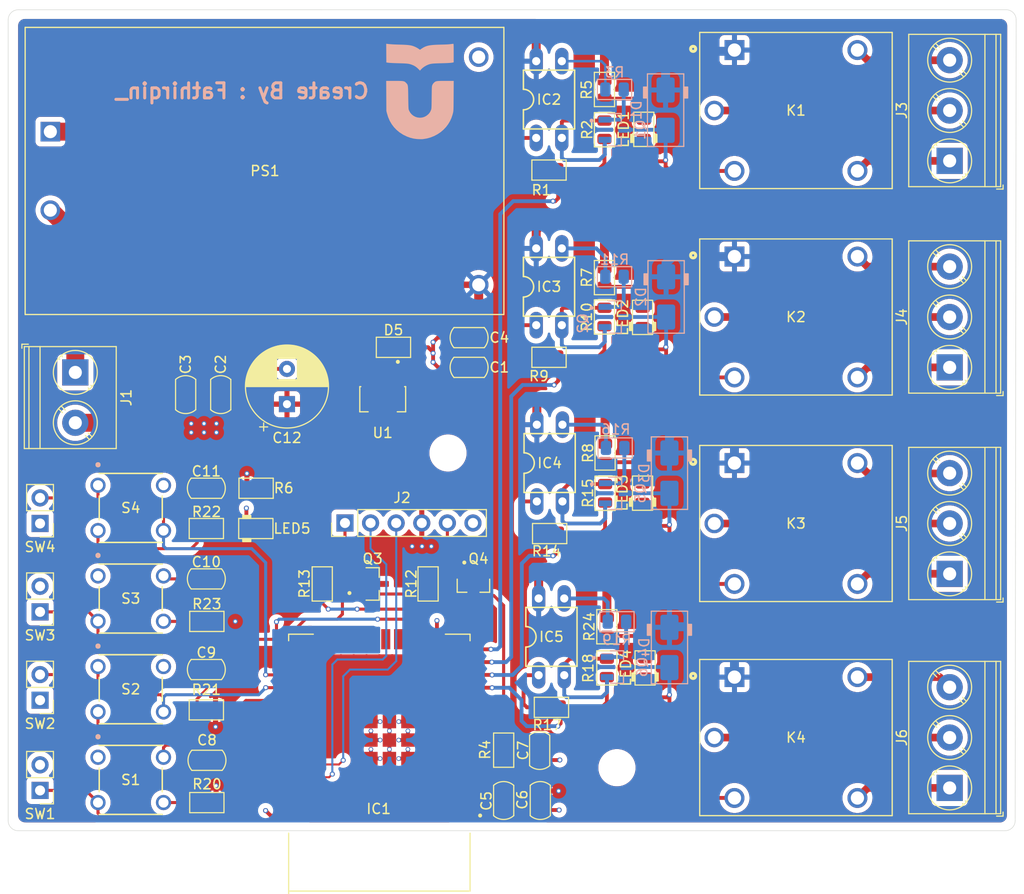
<source format=kicad_pcb>
(kicad_pcb (version 20241229) (generator "pcbnew") (generator_version "9.0")
  (layers (0 "F.Cu" signal) (4 "In1.Cu" power) (6 "In2.Cu" power) (2 "B.Cu" signal) (13 "F.Paste" user) (15 "B.Paste" user) (5 "F.SilkS" user "F.Silkscreen") (7 "B.SilkS" user "B.Silkscreen") (1 "F.Mask" user) (3 "B.Mask" user) (25 "Edge.Cuts" user))
  (net 0 "")
  (net 1 "+3.3V")
  (net 2 "GND")
  (net 3 "Net-(C8-Pad1)")
  (net 4 "Net-(C8-Pad2)")
  (net 5 "Net-(C9-Pad2)")
  (net 6 "Net-(C9-Pad1)")
  (net 7 "+5V")
  (net 8 "/EN")
  (net 9 "Net-(C10-Pad1)")
  (net 10 "Net-(C10-Pad2)")
  (net 11 "Net-(C11-Pad2)")
  (net 12 "Net-(C11-Pad1)")
  (net 13 "/LED1")
  (net 14 "/LED2")
  (net 15 "/LED3")
  (net 16 "/LED4")
  (net 17 "/RELAY_3")
  (net 22 "/GPIO_0")
  (net 23 "/BUTTON_3")
  (net 24 "/RELAY_2")
  (net 26 "/RELAY_4")
  (net 27 "/BUTTON_1")
  (net 30 "/RELAY_1")
  (net 35 "/BUTTON_2")
  (net 41 "/TXD_URT")
  (net 42 "/RXD_URT")
  (net 45 "/BUTTON_4")
  (net 50 "Net-(IC2-Pad1)")
  (net 51 "Net-(IC2-Pad3)")
  (net 52 "Net-(IC3-Pad1)")
  (net 53 "Net-(IC4-Pad1)")
  (net 54 "Net-(IC5-Pad3)")
  (net 55 "Net-(IC5-Pad1)")
  (net 56 "Net-(PS1-AC1)")
  (net 57 "Net-(PS1-AC2)")
  (net 58 "/DTR")
  (net 59 "/RTS")
  (net 60 "Net-(J3-Pad1)")
  (net 61 "Net-(J3-Pad2)")
  (net 62 "Net-(J3-Pad3)")
  (net 63 "Net-(J4-Pad3)")
  (net 64 "Net-(J4-Pad1)")
  (net 65 "Net-(J4-Pad2)")
  (net 66 "Net-(J5-Pad2)")
  (net 67 "Net-(J5-Pad1)")
  (net 68 "Net-(J5-Pad3)")
  (net 69 "Net-(J6-Pad2)")
  (net 70 "Net-(J6-Pad3)")
  (net 71 "Net-(J6-Pad1)")
  (net 72 "Net-(LED1-A)")
  (net 73 "Net-(LED2-A)")
  (net 74 "Net-(LED3-A)")
  (net 75 "Net-(LED4-A)")
  (net 76 "Net-(LED5-A)")
  (net 77 "Net-(Q1-Pad1)")
  (net 78 "Net-(Q2-Pad1)")
  (net 79 "Net-(Q3-Pad1)")
  (net 80 "Net-(Q6-Pad1)")
  (net 81 "Net-(IC3-Pad3)")
  (net 82 "Net-(IC4-Pad3)")
  (net 83 "Net-(Q4-Pad1)")
  (net 84 "Net-(Q5-Pad1)")
  (footprint "PCM_Resistor_SMD_AKL:R_0805_2012Metric" (layer "F.Cu") (at 85.5 54.0875 -90)
    (property "Reference" "R7")
    (property "Value" "1K" (hide yes))
  )
  (footprint "PCM_Resistor_SMD_AKL:R_0805_2012Metric" (layer "F.Cu") (at 85.74 92.8375 -90)
    (property "Reference" "R18")
    (property "Value" "DNP" (hide yes))
  )
  (footprint "TerminalBlock_Phoenix:TerminalBlock_Phoenix_PT-1,5-3-5.0-H_1x03_P5.00mm_Horizontal" (layer "F.Cu") (at 119.75 104.75 90)
    (property "Reference" "J6")
    (property "Value" "Terminal Block")
  )
  (footprint "PCM_Resistor_SMD_AKL:R_0805_2012Metric" (layer "F.Cu") (at 85.562162 71.5 -90)
    (property "Reference" "R8")
    (property "Value" "1K" (hide yes))
  )
  (footprint "B3W_1020:SW_B3W-1020_OMR" (layer "F.Cu") (at 35.249999 92.7029)
    (property "Reference" "S2")
    (property "Value" "B3W-1020")
  )
  (footprint "PC817:DIL04" (layer "F.Cu") (at 80.24 89.75)
    (property "Reference" "IC5")
    (property "Value" "PC817")
  )
  (footprint "PCM_Resistor_SMD_AKL:R_0805_2012Metric" (layer "F.Cu") (at 50.9375 75)
    (property "Reference" "R6")
    (property "Value" "470R" (hide yes))
  )
  (footprint "PCM_LED_SMD_AKL:LED_0805_2012Metric" (layer "F.Cu") (at 89.281 75.4865 90)
    (property "Reference" "LED3")
    (property "Value" "LED_0805_Red" (hide yes))
  )
  (footprint "PCM_Resistor_SMD_AKL:R_0805_2012Metric" (layer "F.Cu") (at 85.5 35.4125 -90)
    (property "Reference" "R5")
    (property "Value" "1K" (hide yes))
  )
  (footprint "PCM_Capacitor_SMD_AKL:C_0805_2012Metric" (layer "F.Cu") (at 43.946818 65.703733 90)
    (property "Reference" "C3")
    (property "Value" "100nF" (hide yes))
  )
  (footprint "PCM_Resistor_SMD_AKL:R_0805_2012Metric" (layer "F.Cu") (at 80 43.4125 180)
    (property "Reference" "R1")
    (property "Value" "220R" (hide yes))
  )
  (footprint "Connector_PinHeader_2.54mm:PinHeader_1x02_P2.54mm_Vertical" (layer "F.Cu") (at 29.5 87.275 180)
    (property "Reference" "SW3")
    (property "Value" "PINHD_1x2_Male" (hide yes))
  )
  (footprint "PC817:DIL04" (layer "F.Cu") (at 80.062162 72.5)
    (property "Reference" "IC4")
    (property "Value" "PC817")
  )
  (footprint "PCM_Capacitor_SMD_AKL:C_0805_2012Metric" (layer "F.Cu") (at 72.069615 63 180)
    (property "Reference" "C1")
    (property "Value" "100nF" (hide yes))
  )
  (footprint "Capacitor_THT:CP_Radial_D8.0mm_P3.50mm" (layer "F.Cu") (at 54 66.652651 90)
    (property "Reference" "C12")
    (property "Value" "220uF_25V")
  )
  (footprint "PCM_Capacitor_SMD_AKL:C_0805_2012Metric" (layer "F.Cu") (at 46 93)
    (property "Reference" "C9")
    (property "Value" "100nF" (hide yes))
  )
  (footprint "PCM_Capacitor_SMD_AKL:C_0805_2012Metric" (layer "F.Cu") (at 46 84)
    (property "Reference" "C10")
    (property "Value" "100nF" (hide yes))
  )
  (footprint "PCM_Resistor_SMD_AKL:R_0805_2012Metric" (layer "F.Cu") (at 80.24 96.75 180)
    (property "Reference" "R17")
    (property "Value" "220R" (hide yes))
  )
  (footprint "B3W_1020:SW_B3W-1020_OMR" (layer "F.Cu") (at 35.249999 74.7029)
    (property "Reference" "S4")
    (property "Value" "B3W-1020")
  )
  (footprint "TerminalBlock_Phoenix:TerminalBlock_Phoenix_PT-1,5-2-5.0-H_1x02_P5.00mm_Horizontal" (layer "F.Cu") (at 33 63.5 -90)
    (property "Reference" "J1")
    (property "Value" "Screw_Terminal_2_P5.00mm")
  )
  (footprint "PCM_LED_SMD_AKL:LED_0805_2012Metric" (layer "F.Cu") (at 89.535 92.837 90)
    (property "Reference" "LED4")
    (property "Value" "LED_0805_Red" (hide yes))
  )
  (footprint "HT7333:IC_HT7333" (layer "F.Cu") (at 63.5 66 180)
    (property "Reference" "U1")
    (property "Value" "HT7333")
  )
  (footprint "HLK-10M05:CONV_HLK-10M05" (layer "F.Cu") (at 51.7725 43.5)
    (property "Reference" "PS1")
    (property "Value" "HLK-10M05")
  )
  (footprint "PCM_Resistor_SMD_AKL:R_0805_2012Metric" (layer "F.Cu") (at 75.5 101 90)
    (property "Reference" "R4")
    (property "Value" "12K" (hide yes))
  )
  (footprint "B3W_1020:SW_B3W-1020_OMR" (layer "F.Cu") (at 35.249999 83.7029)
    (property "Reference" "S3")
    (property "Value" "B3W-1020")
  )
  (footprint "TerminalBlock_Phoenix:TerminalBlock_Phoenix_PT-1,5-3-5.0-H_1x03_P5.00mm_Horizontal" (layer "F.Cu") (at 119.75 63 90)
    (property "Reference" "J4")
    (property "Value" "Terminal Block")
  )
  (footprint "PCM_Capacitor_SMD_AKL:C_0805_2012Metric" (layer "F.Cu") (at 79.071085 101.034452 -90)
    (property "Reference" "C7")
    (property "Value" "100nF" (hide yes))
  )
  (footprint "PCM_LED_SMD_AKL:LED_0805_2012Metric" (layer "F.Cu") (at 50.910836 78.999999)
    (property "Reference" "LED5")
    (property "Value" "LED_0805_Red" (hide yes))
  )
  (footprint "PCM_Resistor_SMD_AKL:R_0805_2012Metric" (layer "F.Cu") (at 57.5 84.5 -90)
    (property "Reference" "R13")
    (property "Value" "12K" (hide yes))
  )
  (footprint "PCM_Resistor_SMD_AKL:R_0805_2012Metric" (layer "F.Cu") (at 85.562162 75.5 -90)
    (property "Reference" "R15")
    (property "Value" "DNP" (hide yes))
  )
  (footprint "MountingHole:MountingHole_3.2mm_M3_DIN965" (layer "F.Cu") (at 86.741 102.743)
    (property "Reference" "REF**" (hide yes))
    (property "Value" "MountingHole_3.2mm_M3_DIN965")
  )
  (footprint "PCM_Resistor_SMD_AKL:R_0805_2012Metric" (layer "F.Cu") (at 85.74 88.75 -90)
    (property "Reference" "R24")
    (property "Value" "1K" (hide yes))
  )
  (footprint "Connector_PinHeader_2.54mm:PinHeader_1x06_P2.54mm_Vertical" (layer "F.Cu") (at 59.755 78.45 90)
    (property "Reference" "J2")
    (property "Value" "FTDI Pins")
  )
  (footprint "TerminalBlock_Phoenix:TerminalBlock_Phoenix_PT-1,5-3-5.0-H_1x03_P5.00mm_Horizontal" (layer "F.Cu") (at 119.75 42.5 90)
    (property "Reference" "J3")
    (property "Value" "Terminal Block")
  )
  (footprint "SRD-05VDC-SL-C:RELAY_SRD-05VDC-SL-C" (layer "F.Cu") (at 104.5 58)
    (property "Reference" "K2")
    (property "Value" "SRD-05VDC-SL-C")
  )
  (footprint "PCM_Resistor_SMD_AKL:R_0805_2012Metric" (layer "F.Cu") (at 68 84.5 -90)
    (property "Reference" "R12")
    (property "Value" "12K" (hide yes))
  )
  (footprint "PC817:DIL04" (layer "F.Cu") (at 80 55)
    (property "Reference" "IC3")
    (property "Value" "PC817")
  )
  (footprint "MountingHole:MountingHole_3.2mm_M3_DIN965" (layer "F.Cu") (at 69.977 71.501)
    (property "Reference" "REF**" (hide yes))
    (property "Value" "MountingHole_3.2mm_M3_DIN965")
  )
  (footprint "TerminalBlock_Phoenix:TerminalBlock_Phoenix_PT-1,5-3-5.0-H_1x03_P5.00mm_Horizontal" (layer "F.Cu") (at 119.75 83.5 90)
    (property "Reference" "J5")
    (property "Value" "Terminal Block")
  )
  (footprint "Connector_PinHeader_2.54mm:PinHeader_1x02_P2.54mm_Vertical" (layer "F.Cu") (at 29.5 96.04 180)
    (property "Reference" "SW2")
    (property "Value" "PINHD_1x2_Male" (hide yes))
  )
  (footprint "PCM_Capacitor_SMD_AKL:C_0805_2012Metric" (layer "F.Cu") (at 46.064505 102.009215 180)
    (property "Reference" "C8")
    (property "Value" "100nF" (hide yes))
  )
  (footprint "PCM_Capacitor_SMD_AKL:C_0805_2012Metric" (layer "F.Cu") (at 47.42721 65.703733 90)
    (property "Reference" "C2")
    (property "Value" "10uF" (hide yes))
  )
  (footprint "PCM_Capacitor_SMD_AKL:C_0805_2012Metric" (layer "F.Cu") (at 75.499999 106 -90)
    (property "Reference" "C5")
    (property "Value" "10uF" (hide yes))
  )
  (footprint "PCM_LED_SMD_AKL:LED_0805_2012Metric" (layer "F.Cu") (at 89.408 39.37 90)
    (property "Reference" "LED1")
    (property "Value" "LED_0805_Red" (hide yes))
  )
  (footprint "PCM_Resistor_SMD_AKL:R_0805_2012Metric" (layer "F.Cu") (at 46.050517 88.221161 180)
    (property "Reference" "R23")
    (property "Value" "10K" (hide yes))
  )
  (footprint "PCM_Capacitor_SMD_AKL:C_0805_2012Metric" (layer "F.Cu") (at 46 75)
    (property "Reference" "C11")
    (property "Value" "100nF" (hide yes))
  )
  (footprint "PCM_Resistor_SMD_AKL:R_0805_2012Metric" (layer "F.Cu") (at 46.049791 106.207338 180)
    (property "Reference" "R20")
    (property "Value" "10K" (hide yes))
  )
  (footprint "SRD-05VDC-SL-C:RELAY_SRD-05VDC-SL-C" (layer "F.Cu") (at 104.5 99.75)
    (property "Reference" "K4")
    (property "Value" "SRD-05VDC-SL-C")
  )
  (footprint "PCM_Resistor_SMD_AKL:R_0805_2012Metric" (layer "F.Cu") (at 46 97 180)
    (property "Reference" "R21")
    (property "Value" "10K" (hide yes))
  )
  (footprint "PCM_LED_SMD_AKL:LED_0805_2012Metric" (layer "F.Cu") (at 89.281 58.039 90)
    (property "Reference" "LED2")
    (property "Value" "LED_0805_Red" (hide yes))
  )
  (footprint "ESP32-WROOM-32:MODULE_ESP32-WROOM-32" (layer "F.Cu") (at 63.165 102.24 180)
    (property "Reference" "IC1")
    (property "Value" "ESP32-WROOM-32")
  )
  (footprint "PCM_Resistor_SMD_AKL:R_0805_2012Metric" (layer "F.Cu") (at 80 62 180)
    (property "Reference" "R9")
    (property "Value" "220R" (hide yes))
  )
  (footprint "PCM_Resistor_SMD_AKL:R_0805_2012Metric" (layer "F.Cu") (at 46 79 180)
    (property "Reference" "R22")
    (property "Value" "10K" (hide yes))
  )
  (footprint "PCM_Resistor_SMD_AKL:R_0805_2012Metric" (layer "F.Cu") (at 85.5 58 -90)
    (property "Reference" "R10")
    (property "Value" "DNP" (hide yes))
  )
  (footprint "B3W_1020:SW_B3W-1020_OMR" (layer "F.Cu") (at 35.249999 101.7029)
    (property "Reference" "S1")
    (property "Value" "B3W-1020")
  )
  (footprint "Connector_PinHeader_2.54mm:PinHeader_1x02_P2.54mm_Vertical" (layer "F.Cu") (at 29.5 78.5 180)
    (property "Reference" "SW4")
    (property "Value" "PINHD_1x2_Male" (hide yes))
  )
  (footprint "PC817:DIL04" (layer "F.Cu") (at 80 36.4125)
    (property "Reference" "IC2")
    (property "Value" "PC817")
  )
  (footprint "SRD-05VDC-SL-C:RELAY_SRD-05VDC-SL-C" (layer "F.Cu") (at 104.5 37.5)
    (property "Reference" "K1")
    (property "Value" "SRD-05VDC-SL-C")
  )
  (footprint "BC847B:SOT100P230X110-3N" (layer "F.Cu") (at 72.5 84.675)
    (property "Reference" "Q4")
    (property "Value" "BC847B")
  )
  (footprint "PCM_Resistor_SMD_AKL:R_0805_2012Metric" (layer "F.Cu") (at 80.062162 79.5 180)
    (property "Reference" "R14")
    (property "Value" "220R" (hide yes))
  )
  (footprint "SRD-05VDC-SL-C:RELAY_SRD-05VDC-SL-C" (layer "F.Cu") (at 104.5 78.5)
    (property "Reference" "K3")
    (property "Value" "SRD-05VDC-SL-C")
  )
  (footprint "BC847B:SOT100P230X110-3N" (layer "F.Cu") (at 62.5 84.5 90)
    (property "Reference" "Q3")
    (property "Value" "BC847B")
  )
  (footprint "PCM_Resistor_SMD_AKL:R_0805_2012Metric" (layer "F.Cu") (at 85.5 39.4125 -90)
    (property "Reference" "R2")
    (property "Value" "DNP" (hide yes))
  )
  (footprint "PCM_Diode_SMD_AKL:D_SOD-323_TVS" (layer "F.Cu") (at 64.564919 61.01081)
    (property "Reference" "D5")
    (property "Value" "PESD5V0S1BA" (hide yes))
  )
  (footprint "PCM_Capacitor_SMD_AKL:C_0805_2012Metric" (layer "F.Cu") (at 79.13559 106 -90)
    (property "Reference" "C6")
    (property "Value" "100nF" (hide yes))
  )
  (footprint "Connector_PinHeader_2.54mm:PinHeader_1x02_P2.54mm_Vertical" (layer "F.Cu") (at 29.5 105 180)
    (property "Reference" "SW1")
    (property "Value" "PINHD_1x2_Male" (hide yes))
  )
  (footprint "PCM_Capacitor_SMD_AKL:C_0805_2012Metric" (layer "F.Cu") (at 72.069615 60.048461 180)
    (property "Reference" "C4")
    (property "Value" "10uF" (hide yes))
  )
  (footprint "PCM_Diode_SMD_AKL:D_SMA" (layer "B.Cu") (at 91.948 73.5 -90)
    (property "Reference" "D3")
    (property "Value" "1N4007_SMD" (hide yes))
  )
  (footprint "BC847B:SOT100P230X110-3N" (layer "B.Cu") (at 86.74 92.75 -90)
    (property "Reference" "Q6")
    (property "Value" "BC847B")
  )
  (footprint "PCM_Resistor_SMD_AKL:R_0805_2012Metric" (layer "B.Cu") (at 86.562162 71 180)
    (property "Reference" "R16")
    (property "Value" "220R" (hide yes))
  )
  (footprint "BC847B:SOT100P230X110-3N" (layer "B.Cu") (at 86.52 39.4125 -90)
    (property "Reference" "Q1")
    (property "Value" "BC847B")
  )
  (footprint "PCM_Resistor_SMD_AKL:R_0805_2012Metric" (layer "B.Cu") (at 86.5 54 180)
    (property "Reference" "R11")
    (property "Value" "220R" (hide yes))
  )
  (footprint "PCM_Diode_SMD_AKL:D_SMA" (layer "B.Cu") (at 91.567 37.465 -90)
    (property "Reference" "D1")
    (property "Value" "1N4007_SMD" (hide yes))
  )
  (footprint "BC847B:SOT100P230X110-3N" (layer "B.Cu") (at 86.52 58 -90)
    (property "Reference" "Q2")
    (property "Value" "BC847B")
  )
  (footprint "BC847B:SOT100P230X110-3N" (layer "B.Cu") (at 86.562162 75.5 -90)
    (property "Reference" "Q5")
    (property "Value" "BC847B")
  )
  (footprint "PCM_Resistor_SMD_AKL:R_0805_2012Metric" (layer "B.Cu") (at 86.5 35.4125 180)
    (property "Reference" "R3")
    (property "Value" "220R" (hide yes))
  )
  (footprint "LOGO" (layer "B.Cu") (at 67.183 35.687 180)
    (property "Reference" "G***" (hide yes))
    (property "Value" "LOGO" (hide yes))
  )
  (footprint "PCM_Resistor_SMD_AKL:R_0805_2012Metric" (layer "B.Cu") (at 86.74 88.25 180)
    (property "Reference" "R19")
    (property "Value" "220R" (hide yes))
  )
  (footprint "PCM_Diode_SMD_AKL:D_SMA" (layer "B.Cu") (at 91.617981 56.007 -90)
    (property "Reference" "D2")
    (property "Value" "1N4007_SMD" (hide yes))
  )
  (footprint "PCM_Diode_SMD_AKL:D_SMA" (layer "B.Cu") (at 91.948 90.805 -90)
    (property "Reference" "D4")
    (property "Value" "1N4007_SMD" (hide yes))
  )
  (gr_line (start 125.25 109) (end 27.3364 109) (stroke (width 0.05)) (layer "Edge.Cuts"))
  (gr_arc (start 27.3364 109) (mid 26.629292 108.707106) (end 26.3364 108) (stroke (width 0.05)) (layer "Edge.Cuts"))
  (gr_line (start 126.348039 28.490219) (end 126.25 108) (stroke (width 0.05)) (layer "Edge.Cuts"))
  (gr_arc (start 125.355187 27.496132) (mid 126.057676 27.787368) (end 126.348039 28.490219) (stroke (width 0.05)) (layer "Edge.Cuts"))
  (gr_line (start 27.3364 27.5) (end 125.355187 27.496132) (stroke (width 0.05)) (layer "Edge.Cuts"))
  (gr_arc (start 26.336397 28.5) (mid 26.62929 27.792893) (end 27.3364 27.5) (stroke (width 0.05)) (layer "Edge.Cuts"))
  (gr_arc (start 126.25 108) (mid 125.957107 108.707107) (end 125.25 109) (stroke (width 0.05)) (layer "Edge.Cuts"))
  (gr_line (start 26.3364 108) (end 26.336397 28.5) (stroke (width 0.05)) (layer "Edge.Cuts"))
  (gr_text "Create By : Fathirqin_" (at 36.83 36.449 0) (layer "B.SilkS") (effects (font (size 1.5 1.5) (thickness 0.3) (bold yes)) (justify right bottom mirror)))
  (segment (start 79.13559 105.05) (end 77 105.05) (width 0.508) (layer "F.Cu") (net 1))
  (segment (start 48.5 75.5) (end 49 75) (width 0.3048) (layer "F.Cu") (net 1))
  (segment (start 50.025 73.525) (end 50.025 73.533) (width 0.3048) (layer "F.Cu") (net 1))
  (segment (start 53.152651 66.652651) (end 53.151569 66.653733) (width 0.381) (layer "F.Cu") (net 1))
  (segment (start 46.9125 97) (end 46.9125 98.682959) (width 0.508) (layer "F.Cu") (net 1))
  (segment (start 54 66.652651) (end 53.152651 66.652651) (width 0.381) (layer "F.Cu") (net 1))
  (segment (start 44.5 69.465569) (end 44.5 68.58) (width 0.381) (layer "F.Cu") (net 1))
  (segment (start 75.5 101.9125) (end 76.9125 101.9125) (width 0.508) (layer "F.Cu") (net 1))
  (segment (start 47.42721 68.07279) (end 47 68.5) (width 0.508) (layer "F.Cu") (net 1))
  (segment (start 46.968297 104.528426) (end 46.962291 104.534432) (width 0.3048) (layer "F.Cu") (net 1))
  (segment (start 47.42721 66.653733) (end 47.42721 68.07279) (width 0.508) (layer "F.Cu") (net 1))
  (segment (start 48.872948 88.221) (end 46.963178 88.221) (width 0.508) (layer "F.Cu") (net 1))
  (segment (start 77 105.05) (end 75.499999 105.05) (width 0.508) (layer "F.Cu") (net 1))
  (segment (start 45.769809 68.58) (end 45.769809 68.5) (width 0.381) (layer "F.Cu") (net 1))
  (segment (start 50.025 73.533) (end 50.025 75) (width 0.3048) (layer "F.Cu") (net 1))
  (segment (start 60 64.5) (end 60 66) (width 0.508) (layer "F.Cu") (net 1))
  (segment (start 45.769809 68.5) (end 47 68.5) (width 0.508) (layer "F.Cu") (net 1))
  (segment (start 80.953885 105.05) (end 79.13559 105.05) (width 0.508) (layer "F.Cu") (net 1))
  (segment (start 46.962291 104.534432) (end 46.962291 106.207338) (width 0.508) (layer "F.Cu") (net 1))
  (segment (start 73.27 106.23) (end 71.665 106.23) (width 0.508) (layer "F.Cu") (net 1))
  (segment (start 46.9125 98.682959) (end 46.914591 98.68505) (width 0.3048) (layer "F.Cu") (net 1))
  (segment (start 48 79) (end 48.5 78.5) (width 0.3048) (layer "F.Cu") (net 1))
  (segment (start 77.5 104.55) (end 77 105.05) (width 0.508) (layer "F.Cu") (net 1))
  (segment (start 45.769809 68.5) (end 44.5 68.5) (width 0.508) (layer "F.Cu") (net 1))
  (segment (start 46.9125 79) (end 48 79) (width 0.3048) (layer "F.Cu") (net 1))
  (segment (start 47.42721 66.653733) (end 43.946818 66.653733) (width 0.508) (layer "F.Cu") (net 1))
  (segment (start 43.946818 67.946818) (end 43.946818 66.653733) (width 0.508) (layer "F.Cu") (net 1))
  (segment (start 48.5 78.5) (end 48.5 75.5) (width 0.3048) (layer "F.Cu") (net 1))
  (segment (start 46.963178 88.221) (end 46.963017 88.221161) (width 0.3048) (layer "F.Cu") (net 1))
  (segment (start 60.4 64.1) (end 60 64.5) (width 0.508) (layer "F.Cu") (net 1))
  (segment (start 60 66) (end 59.347349 66.652651) (width 0.508) (layer "F.Cu") (net 1))
  (segment (start 74.45 105.05) (end 73.27 106.23) (width 0.508) (layer "F.Cu") (net 1))
  (segment (start 62 64.1) (end 60.4 64.1) (width 0.508) (layer "F.Cu") (net 1))
  (segment (start 44.5 68.58) (end 44.5 68.5) (width 0.381) (layer "F.Cu") (net 1))
  (segment (start 47 68.58) (end 47 68.5) (width 0.381) (layer "F.Cu") (net 1))
  (segment (start 45.769809 69.46412) (end 45.769809 68.58) (width 0.381) (layer "F.Cu") (net 1))
  (segment (start 53.151569 66.653733) (end 47.42721 66.653733) (width 0.508) (layer "F.Cu") (net 1))
  (segment (start 47 69.466758) (end 47 68.58) (width 0.381) (layer "F.Cu") (net 1))
  (segment (start 77.5 102.5) (end 77.5 104.55) (width 0.508) (layer "F.Cu") (net 1))
  (segment (start 76.9125 101.9125) (end 77.5 102.5) (width 0.508) (layer "F.Cu") (net 1))
  (segment (start 75.499999 105.05) (end 74.45 105.05) (width 0.508) (layer "F.Cu") (net 1))
  (segment (start 44.5 68.5) (end 43.946818 67.946818) (width 0.508) (layer "F.Cu") (net 1))
  (segment (start 49 75) (end 50.025 75) (width 0.3048) (layer "F.Cu") (net 1))
  (segment (start 59.347349 66.652651) (end 54 66.652651) (width 0.508) (layer "F.Cu") (net 1))
  (via (at 47 68.58) (size 0.5) (drill 0.3) (layers "F.Cu" "B.Cu") (net 1))
  (via (at 47 69.466758) (size 0.5) (drill 0.3) (layers "F.Cu" "B.Cu") (net 1))
  (via (at 46.914591 98.68505) (size 0.5) (drill 0.3) (layers "F.Cu" "B.Cu") (net 1))
  (via (at 45.769809 69.46412) (size 0.5) (drill 0.3) (layers "F.Cu" "B.Cu") (net 1))
  (via (at 68.326 80.772) (size 0.5) (drill 0.3) (layers "F.Cu" "B.Cu") (net 1))
  (via (at 80.953885 105.05) (size 0.5) (drill 0.3) (layers "F.Cu" "B.Cu") (net 1))
  (via (at 48.872948 88.221) (size 0.5) (drill 0.3) (layers "F.Cu" "B.Cu") (net 1))
  (via (at 44.5 69.465569) (size 0.5) (drill 0.3) (layers "F.Cu" "B.Cu") (net 1))
  (via (at 67.401877 80.772) (size 0.5) (drill 0.3) (layers "F.Cu" "B.Cu") (net 1))
  (via (at 66.421 80.772) (size 0.5) (drill 0.3) (layers "F.Cu" "B.Cu") (net 1))
  (via (at 46.968297 104.528426) (size 0.5) (drill 0.3) (layers "F.Cu" "B.Cu") (net 1))
  (via (at 50.025 73.533) (size 0.5) (drill 0.3) (layers "F.Cu" "B.Cu") (net 1))
  (via (at 44.5 68.58) (size 0.5) (drill 0.3) (layers "F.Cu" "B.Cu") (net 1))
  (via (at 45.769809 68.58) (size 0.5) (drill 0.3) (layers "F.Cu" "B.Cu") (net 1))
  (segment (start 64.165 99.0825) (end 64.165 100) (width 0.381) (layer "F.Cu") (net 2))
  (segment (start 75.499999 106.95) (end 79.13559 106.95) (width 0.381) (layer "F.Cu") (net 2))
  (segment (start 62.33 99.0825) (end 62.33 100) (width 0.381) (layer "F.Cu") (net 2))
  (segment (start 47.847349 63.152651) (end 47.42721 63.57279) (width 0.381) (layer "F.Cu") (net 2))
  (segment (start 52.379629 107.5) (end 54.665 107.5) (width 0.381) (layer "F.Cu") (net 2))
  (segment (start 63.2475 98.165) (end 62.33 98.165) (width 0.381) (layer "F.Cu") (net 2))
  (segment (start 68.01081 61.01081) (end 68.5 61.5) (width 0.381) (layer "F.Cu") (net 2))
  (segment (start 44.347349 63.152651) (end 43.946818 63.553182) (width 0.381) (layer "F.Cu") (net 2))
  (segment (start 81.332162 75.187358) (end 81.934929 74.584591) (width 0.381) (layer "F.Cu") (net 2))
  (segment (start 54 63.152651) (end 47.847349 63.152651) (width 0.381) (layer "F.Cu") (net 2))
  (segment (start 73.5 107.5) (end 71.665 107.5) (width 0.381) (layer "F.Cu") (net 2))
  (segment (start 43.946818 63.553182) (end 43.946818 64.753733) (width 0.381) (layer "F.Cu") (net 2))
  (segment (start 65 61.625729) (end 65.614919 61.01081) (width 0.381) (layer "F.Cu") (net 2))
  (segment (start 64.165 100.9175) (end 64.165 101.835) (width 0.381) (layer "F.Cu") (net 2))
  (segment (start 81.27 58.81) (end 81.27 57.23) (width 0.381) (layer "F.Cu") (net 2))
  (segment (start 81.27 38.6425) (end 81.4125 38.5) (width 0.381) (layer "F.Cu") (net 2))
  (segment (start 49.973336 78.999999) (end 49.973336 76.973165) (width 0.381) (layer "F.Cu") (net 2))
  (segment (start 81.005944 106.944443) (end 79.141147 106.944443) (width 0.381) (layer "F.Cu") (net 2))
  (segment (start 68.5 62.484) (end 68.5 62.5) (width 0.381) (layer "F.Cu") (net 2))
  (segment (start 79.141147 106.944443) (end 79.13559 106.95) (width 0.381) (layer "F.Cu") (net 2))
  (segment (start 71.119615 63) (end 69 63) (width 0.381) (layer "F.Cu") (net 2))
  (segment (start 47.42721 63.57279) (end 47.42721 64.753733) (width 0.381) (layer "F.Cu") (net 2))
  (segment (start 79.071085 101.984452) (end 81.061728 101.984452) (width 0.381) (layer "F.Cu") (net 2))
  (segment (start 82.065 91.925) (end 85.74 91.925) (width 0.381) (layer "F.Cu") (net 2))
  (segment (start 62.33 100.9175) (end 62.33 101.835) (width 0.381) (layer "F.Cu") (net 2))
  (segment (start 63.2475 101.835) (end 62.33 101.835) (width 0.381) (layer "F.Cu") (net 2))
  (segment (start 68.88 89.99) (end 68.88 88.139032) (width 0.381) (layer "F.Cu") (net 2))
  (segment (start 64.165 99.0825) (end 64.165 98.165) (width 0.381) (layer "F.Cu") (net 2))
  (segment (start 68.951539 60.048461) (end 68.5005 60.4995) (width 0.381) (layer "F.Cu") (net 2))
  (segment (start 66 100.9175) (end 66 101.835) (width 0.381) (layer "F.Cu") (net 2))
  (segment (start 81.27 57.23) (end 81.4125 57.0875) (width 0.381) (layer "F.Cu") (net 2))
  (segment (start 69 63) (end 68.5 62.5) (width 0.381) (layer "F.Cu") (net 2))
  (segment (start 81.934929 74.584591) (end 81.937838 74.5875) (width 0.381) (layer "F.Cu") (net 2))
  (segment (start 71.119615 60.048461) (end 68.951539 60.048461) (width 0.381) (layer "F.Cu") (net 2))
  (segment (start 75.499999 106.95) (end 74.05 106.95) (width 0.381) (layer "F.Cu") (net 2))
  (segment (start 81.27 40.2225) (end 81.27 38.6425) (width 0.381) (layer "F.Cu") (net 2))
  (segment (start 68.88 88.139032) (end 68.879743 88.138775) (width 0.381) (layer "F.Cu") (net 2))
  (segment (start 81.51 92.48) (end 82.065 91.925) (width 0.381) (layer "F.Cu") (net 2))
  (segment (start 74.05 106.95) (end 73.5 107.5) (width 0.381) (layer "F.Cu") (net 2))
  (segment (start 68.5 60.5) (end 68.5 61.5) (width 0.381) (layer "F.Cu") (net 2))
  (segment (start 66 99.0825) (end 66 100) (width 0.381) (layer "F.Cu") (net 2))
  (segment (start 81.4125 57.0875) (end 85.5 57.0875) (width 0.381) (layer "F.Cu") (net 2))
  (segment (start 81.061728 101.984452) (end 81.069957 101.976223) (width 0.381) (layer "F.Cu") (net 2))
  (segment (start 65 64.1) (end 65 61.625729) (width 0.381) (layer "F.Cu") (net 2))
  (segment (start 68.5005 60.4995) (end 68.5 60.5) (width 0.381) (layer "F.Cu") (net 2))
  (segment (start 68.5 61.5) (end 68.5 61.595) (width 0.381) (layer "F.Cu") (net 2))
  (segment (start 68.5 61.595) (end 68.5 62.484) (width 0.381) (layer "F.Cu") (net 2))
  (segment (start 65.614919 61.01081) (end 68.01081 61.01081) (width 0.381) (layer "F.Cu") (net 2))
  (segment (start 81.332162 76.31) (end 81.332162 75.187358) (width 0.381) (layer "F.Cu") (net 2))
  (segment (start 81.4125 38.5) (end 85.5 38.5) (width 0.381) (layer "F.Cu") (net 2))
  (segment (start 63.2475 100) (end 62.33 100) (width 0.381) (layer "F.Cu") (net 2))
  (segment (start 81.937838 74.5875) (end 85.562162 74.5875) (width 0.381) (layer "F.Cu") (net 2))
  (segment (start 81.51 93.56) (end 81.51 92.48) (width 0.381) (layer "F.Cu") (net 2))
  (segment (start 65.0825 98.165) (end 66 98.165) (width 0.381) (layer "F.Cu") (net 2))
  (segment (start 47.847349 63.152651) (end 44.347349 63.152651) (width 0.381) (layer "F.Cu") (net 2))
  (segment (start 49.973336 76.973165) (end 49.976223 76.970278) (width 0.381) (layer "F.Cu") (net 2))
  (segment (start 65.0825 100) (end 66 100) (width 0.381) (layer "F.Cu") (net 2))
  (segment (start 51.879629 107) (end 52.379629 107.5) (width 0.381) (layer "F.Cu") (net 2))
  (segment (start 64.165 100.9175) (end 64.165 100) (width 0.381) (layer "F.Cu") (net 2))
  (segment (start 65.0825 101.835) (end 66 101.835) (width 0.381) (layer "F.Cu") (net 2))
  (via (at 81.069957 101.976223) (size 0.5) (drill 0.3) (layers "F.Cu" "B.Cu") (net 2))
  (via (at 68.879743 88.138775) (size 0.5) (drill 0.3) (layers "F.Cu" "B.Cu") (net 2))
  (via (at 51.879629 107) (size 0.5) (drill 0.3) (layers "F.Cu" "B.Cu") (net 2))
  (via (at 68.5005 60.4995) (size 0.5) (drill 0.3) (layers "F.Cu" "B.Cu") (net 2))
  (via (at 68.5 62.484) (size 0.5) (drill 0.3) (layers "F.Cu" "B.Cu") (net 2))
  (via (at 68.5 61.595) (size 0.5) (drill 0.3) (layers "F.Cu" "B.Cu") (net 2))
  (via (at 81.005944 106.944443) (size 0.5) (drill 0.3) (layers "F.Cu" "B.Cu") (net 2))
  (via (at 49.973336 76.973165) (size 0.5) (drill 0.3) (layers "F.Cu" "B.Cu") (net 2))
  (segment (start 85 42.4125) (end 85.54 41.8725) (width 0.381) (layer "B.Cu") (net 2))
  (segment (start 81.332162 78.25) (end 81.582162 78.5) (width 0.381) (layer "B.Cu") (net 2))
  (segment (start 81.5 42.4125) (end 85 42.4125) (width 0.381) (layer "B.Cu") (net 2))
  (segment (start 85.54 41.8725) (end 85.54 40.4125) (width 0.381) (layer "B.Cu") (net 2))
  (segment (start 85.082162 78.5) (end 85.582162 78) (width 0.381) (layer "B.Cu") (net 2))
  (segment (start 85.76 95.23) (end 85.24 95.75) (width 0.381) (layer "B.Cu") (net 2))
  (segment (start 81.5 61) (end 85 61) (width 0.381) (layer "B.Cu") (net 2))
  (segment (start 85 61) (end 85.54 60.46) (width 0.381) (layer "B.Cu") (net 2))
  (segment (start 85.582162 78) (end 85.582162 76.5) (width 0.381) (layer "B.Cu") (net 2))
  (segment (start 85.24 95.75) (end 81.74 95.75) (width 0.381) (layer "B.Cu") (net 2))
  (segment (start 85.54 60.46) (end 85.54 59) (width 0.381) (layer "B.Cu") (net 2))
  (segment (start 81.332162 76.31) (end 81.332162 78.25) (width 0.381) (layer "B.Cu") (net 2))
  (segment (start 81.27 40.2225) (end 81.27 42.1825) (width 0.381) (layer "B.Cu") (net 2))
  (segment (start 85.76 93.75) (end 85.76 95.23) (width 0.381) (layer "B.Cu") (net 2))
  (segment (start 81.27 42.1825) (end 81.5 42.4125) (width 0.381) (layer "B.Cu") (net 2))
  (segment (start 81.27 60.77) (end 81.5 61) (width 0.381) (layer "B.Cu") (net 2))
  (segment (start 81.51 95.52) (end 81.51 93.56) (width 0.381) (layer "B.Cu") (net 2))
  (segment (start 81.74 95.75) (end 81.51 95.52) (width 0.381) (layer "B.Cu") (net 2))
  (segment (start 81.582162 78.5) (end 85.082162 78.5) (width 0.381) (layer "B.Cu") (net 2))
  (segment (start 81.27 58.81) (end 81.27 60.77) (width 0.381) (layer "B.Cu") (net 2))
  (segment (start 46.681066 100.5) (end 47.014505 100.833439) (width 0.3048) (layer "F.Cu") (net 3))
  (segment (start 41.750001 101.7029) (end 41.750001 100.749999) (width 0.3048) (layer "F.Cu") (net 3))
  (segment (start 47.014505 100.833439) (end 47.014505 102.009215) (width 0.3048) (layer "F.Cu") (net 3))
  (segment (start 42 100.5) (end 46.681066 100.5) (width 0.3048) (layer "F.Cu") (net 3))
  (segment (start 41.750001 100.749999) (end 42 100.5) (width 0.3048) (layer "F.Cu") (net 3))
  (segment (start 45.137291 102.032001) (end 45.137291 106.207338) (width 0.3048) (layer "F.Cu") (net 4))
  (segment (start 45.137291 106.207338) (end 45.115915 106.185962) (width 0.3048) (layer "F.Cu") (net 4))
  (segment (start 45.132854 106.202901) (end 45.137291 106.207338) (width 0.3048) (layer "F.Cu") (net 4))
  (segment (start 45.114505 102.009215) (end 45.137291 102.032001) (width 0.3048) (layer "F.Cu") (net 4))
  (segment (start 41.750001 106.202901) (end 45.132854 106.202901) (width 0.3048) (layer "F.Cu") (net 4))
  (segment (start 45.0875 98.4125) (end 45.0875 97) (width 0.3048) (layer "F.Cu") (net 5))
  (segment (start 35.249999 98.749999) (end 35.5 99) (width 0.3048) (layer "F.Cu") (net 5))
  (segment (start 44.5 99) (end 45.0875 98.4125) (width 0.3048) (layer "F.Cu") (net 5))
  (segment (start 46.95 94.05) (end 46.95 93) (width 0.3048) (layer "F.Cu") (net 5))
  (segment (start 35.249999 97.202901) (end 35.249999 98.749999) (width 0.3048) (layer "F.Cu") (net 5))
  (segment (start 45.0875 95.9125) (end 46.95 94.05) (width 0.3048) (layer "F.Cu") (net 5))
  (segment (start 35.5 99) (end 44.5 99) (width 0.3048) (layer "F.Cu") (net 5))
  (segment (start 45.0875 97) (end 45.0875 95.9125) (width 0.3048) (layer "F.Cu") (net 5))
  (segment (start 35.75 94.5) (end 44.525 94.5) (width 0.3048) (layer "F.Cu") (net 6))
  (segment (start 45.05 93.975) (end 45.05 93) (width 0.3048) (layer "F.Cu") (net 6))
  (segment (start 44.525 94.5) (end 45.05 93.975) (width 0.3048) (layer "F.Cu") (net 6))
  (segment (start 35.249999 92.7029) (end 35.249999 93.999999) (width 0.3048) (layer "F.Cu") (net 6))
  (segment (start 35.249999 93.999999) (end 35.75 94.5) (width 0.3048) (layer "F.Cu") (net 6))
  (segment (start 78.73 30.46) (end 78.73 32.6025) (width 0.889) (layer "F.Cu") (net 7))
  (segment (start 64.262 54.8) (end 73.0225 54.8) (width 0.635) (layer "F.Cu") (net 7))
  (segment (start 85.03 66.21) (end 79.34 66.21) (width 0.889) (layer "F.Cu") (net 7))
  (segment (start 85.562162 66.742162) (end 85.03 66.21) (width 0.889) (layer "F.Cu") (net 7))
  (segment (start 85.5 34.5) (end 85.5 30.39) (width 0.889) (layer "F.Cu") (net 7))
  (segment (start 78.97 84.02) (end 79.66 83.33) (width 0.889) (layer "F.Cu") (net 7))
  (segment (start 73.0225 54.8) (end 73.0225 60.045576) (width 0.889) (layer "F.Cu") (net 7))
  (segment (start 78.792162 66.757838) (end 78.792162 68.69) (width 0.889) (layer "F.Cu") (net 7))
  (segment (start 78.73 49.38) (end 78.73 51.19) (width 0.889) (layer "F.Cu") (net 7))
  (segment (start 73.0225 60.045576) (end 73.019615 60.048461) (width 0.889) (layer "F.Cu") (net 7))
  (segment (start 79.66 83.33) (end 85.19 83.33) (width 0.889) (layer "F.Cu") (net 7))
  (segment (start 79.34 29.85) (end 78.73 30.46) (width 0.889) (layer "F.Cu") (net 7))
  (segment (start 85.19 83.33) (end 85.74 83.88) (width 0.889) (layer "F.Cu") (net 7))
  (segment (start 84.96 29.85) (end 79.34 29.85) (width 0.889) (layer "F.Cu") (net 7))
  (segment (start 63.514919 61.01081) (end 63.514919 64.085081) (width 0.635) (layer "F.Cu") (net 7))
  (segment (start 79.34 66.21) (end 78.792162 66.757838) (width 0.889) (layer "F.Cu") (net 7))
  (segment (start 85.5 53.175) (end 85.5 49.09) (width 0.889) (layer "F.Cu") (net 7))
  (segment (start 63.514919 64.085081) (end 63.5 64.1) (width 0.635) (layer "F.Cu") (net 7))
  (segment (start 85.562162 70.5875) (end 85.562162 66.742162) (width 0.889) (layer "F.Cu") (net 7))
  (segment (start 63.514919 55.547081) (end 64.262 54.8) (width 0.635) (layer "F.Cu") (net 7))
  (segment (start 73.019615 60.048461) (end 73.019615 63) (width 0.889) (layer "F.Cu") (net 7))
  (segment (start 85.74 83.88) (end 85.74 87.8375) (width 0.889) (layer "F.Cu") (net 7))
  (segment (start 85.5 30.39) (end 84.96 29.85) (width 0.889) (layer "F.Cu") (net 7))
  (segment (start 85.12 48.71) (end 79.4 48.71) (width 0.889) (layer "F.Cu") (net 7))
  (segment (start 79.4 48.71) (end 78.73 49.38) (width 0.889) (layer "F.Cu") (net 7))
  (segment (start 85.5 49.09) (end 85.12 48.71) (width 0.889) (layer "F.Cu") (net 7))
  (segment (start 63.514919 61.01081) (end 63.514919 55.547081) (width 0.635) (layer "F.Cu") (net 7))
  (segment (start 78.97 85.94) (end 78.97 84.02) (width 0.889) (layer "F.Cu") (net 7))
  (segment (start 98.4 69.9) (end 98.4 72.5) (width 0.889) (layer "B.Cu") (net 7))
  (segment (start 91.948 71.5) (end 91.948 69.85) (width 0.889) (layer "B.Cu") (net 7))
  (segment (start 91.617981 54.192717) (end 91.617981 52.654019) (width 0.889) (layer "B.Cu") (net 7))
  (segment (start 91.567 35.465) (end 91.567 32.258) (width 0.889) (layer "B.Cu") (net 7))
  (segment (start 91.567 32.258) (end 92.202 31.623) (width 0.889) (layer "B.Cu") (net 7))
  (segment (start 97.5 88.75) (end 92.24 88.75) (width 0.889) (layer "B.Cu") (net 7))
  (segment (start 98.4 93.75) (end 98.4 89.65) (width 0.889) (layer "B.Cu") (net 7))
  (segment (start 97.959432 69.459432) (end 98.4 69.9) (width 0.889) (layer "B.Cu") (net 7))
  (segment (start 92.338568 69.459432) (end 97.959432 69.459432) (width 0.889) (layer "B.Cu") (net 7))
  (segment (start 91.617981 52.654019) (end 92.272 52) (width 0.889) (layer "B.Cu") (net 7))
  (segment (start 92.202 31.623) (end 98.277 31.623) (width 0.889) (layer "B.Cu") (net 7))
  (segment (start 92.272 52) (end 98.4 52) (width 0.889) (layer "B.Cu") (net 7))
  (segment (start 91.948 69.85) (end 92.338568 69.459432) (width 0.889) (layer "B.Cu") (net 7))
  (segment (start 98.4 89.65) (end 97.5 88.75) (width 0.889) (layer "B.Cu") (net 7))
  (segment (start 98.277 31.623) (end 98.4 31.5) (width 0.889) (layer "B.Cu") (net 7))
  (segment (start 74.519846 85.655) (end 75.496267 86.631421) (width 0.3048) (layer "F.Cu") (net 8))
  (segment (start 75.496267 86.631421) (end 75.496267 100.083767) (width 0.3048) (layer "F.Cu") (net 8))
  (segment (start 75.496267 100.083767) (end 75.5 100.0875) (width 0.3048) (layer "F.Cu") (net 8))
  (segment (start 77.5 100.0875) (end 79.068037 100.0875) (width 0.3048) (layer "F.Cu") (net 8))
  (segment (start 79.068037 100.0875) (end 79.071085 100.084452) (width 0.3048) (layer "F.Cu") (net 8))
  (segment (start 75.5 100.0875) (end 77.5 100.0875) (width 0.3048) (layer "F.Cu") (net 8))
  (segment (start 73.9125 100.0875) (end 75.5 100.0875) (width 0.3048) (layer "F.Cu") (net 8))
  (segment (start 71.665 104.96) (end 73.098806 104.96) (width 0.3048) (layer "F.Cu") (net 8))
  (segment (start 72.5 85.655) (end 74.519846 85.655) (width 0.3048) (layer "F.Cu") (net 8))
  (segment (start 73.381115 100.618885) (end 73.9125 100.0875) (width 0.3048) (layer "F.Cu") (net 8))
  (segment (start 73.098806 104.96) (end 73.381115 104.677691) (width 0.3048) (layer "F.Cu") (net 8))
  (segment (start 73.381115 104.677691) (end 73.381115 100.618885) (width 0.3048) (layer "F.Cu") (net 8))
  (segment (start 42.047101 84) (end 45.05 84) (width 0.3048) (layer "F.Cu") (net 9))
  (segment (start 41.750001 83.7029) (end 42.047101 84) (width 0.3048) (layer "F.Cu") (net 9))
  (segment (start 45.138017 86.861983) (end 46.95 85.05) (width 0.3048) (layer "F.Cu") (net 10))
  (segment (start 45.138017 88.221161) (end 41.768261 88.221161) (width 0.3048) (layer "F.Cu") (net 10))
  (segment (start 41.768261 88.221161) (end 41.750001 88.202901) (width 0.3048) (layer "F.Cu") (net 10))
  (segment (start 46.95 85.05) (end 46.95 84) (width 0.3048) (layer "F.Cu") (net 10))
  (segment (start 45.138017 88.221161) (end 45.138017 86.861983) (width 0.3048) (layer "F.Cu") (net 10))
  (segment (start 46.95 75.84375) (end 46.95 75) (width 0.3048) (layer "F.Cu") (net 11))
  (segment (start 35.249999 79.202901) (end 35.249999 80.749999) (width 0.3048) (layer "F.Cu") (net 11))
  (segment (start 45.0875 77.70625) (end 46.95 75.84375) (width 0.3048) (layer "F.Cu") (net 11))
  (segment (start 45.0875 79) (end 45.0875 77.70625) (width 0.3048) (layer "F.Cu") (net 11))
  (segment (start 35.5 81) (end 44.5 81) (width 0.3048) (layer "F.Cu") (net 11))
  (segment (start 45.0875 80.4125) (end 45.0875 79) (width 0.3048) (layer "F.Cu") (net 11))
  (segment (start 44.5 81) (end 45.0875 80.4125) (width 0.3048) (layer "F.Cu") (net 11))
  (segment (start 35.249999 80.749999) (end 35.5 81) (width 0.3048) (layer "F.Cu") (net 11))
  (segment (start 35.249999 76.249999) (end 35.5 76.5) (width 0.3048) (layer "F.Cu") (net 12))
  (segment (start 35.5 76.5) (end 44.5 76.5) (width 0.3048) (layer "F.Cu") (net 12))
  (segment (start 45.05 75.95) (end 45.05 75) (width 0.3048) (layer "F.Cu") (net 12))
  (segment (start 35.249999 74.7029) (end 35.249999 76.249999) (width 0.3048) (layer "F.Cu") (net 12))
  (segment (start 44.5 76.5) (end 45.05 75.95) (width 0.3048) (layer "F.Cu") (net 12))
  (segment (start 91.567 42.418) (end 91.567 43.053) (width 0.381) (layer "F.Cu") (net 13))
  (segment (start 91.567 43.053) (end 92.014 43.5) (width 0.381) (layer "F.Cu") (net 13))
  (segment (start 89.662 42.545) (end 89.408 42.291) (width 0.381) (layer "F.Cu") (net 13))
  (segment (start 92.014 43.5) (end 98.4 43.5) (width 0.381) (layer "F.Cu") (net 13))
  (segment (start 89.408 42.291) (end 89.408 40.3075) (width 0.381) (layer "F.Cu") (net 13))
  (segment (start 91.44 42.545) (end 89.662 42.545) (width 0.381) (layer "F.Cu") (net 13))
  (segment (start 91.567 42.418) (end 91.44 42.545) (width 0.381) (layer "F.Cu") (net 13))
  (via (at 91.567 42.418) (size 0.5) (drill 0.3) (layers "F.Cu" "B.Cu") (net 13))
  (segment (start 91.567 39.465) (end 91.567 42.418) (width 0.381) (layer "B.Cu") (net 13))
  (segment (start 91.5145 39.4125) (end 91.567 39.465) (width 0.381) (layer "B.Cu") (net 13))
  (segment (start 87.5 39.4125) (end 91.5145 39.4125) (width 0.381) (layer "B.Cu") (net 13))
  (segment (start 91.363981 61.214) (end 89.916 61.214) (width 0.381) (layer "F.Cu") (net 14))
  (segment (start 89.281 60.579) (end 89.281 58.9765) (width 0.381) (layer "F.Cu") (net 14))
  (segment (start 91.592491 60.98549) (end 91.592491 60.985491) (width 0.381) (layer "F.Cu") (net 14))
  (segment (start 89.916 61.214) (end 89.281 60.579) (width 0.381) (layer "F.Cu") (net 14))
  (segment (start 92.25 64) (end 98.4 64) (width 0.381) (layer "F.Cu") (net 14))
  (segment (start 91.617981 60.96) (end 91.617981 63.367981) (width 0.381) (layer "F.Cu") (net 14))
  (segment (start 91.617981 60.96) (end 91.592491 60.98549) (width 0.381) (layer "F.Cu") (net 14))
  (segment (start 91.59249 60.985491) (end 91.363981 61.214) (width 0.381) (layer "F.Cu") (net 14))
  (segment (start 91.592491 60.985491) (end 91.59249 60.985491) (width 0.381) (layer "F.Cu") (net 14))
  (segment (start 91.617981 63.367981) (end 92.25 64) (width 0.381) (layer "F.Cu") (net 14))
  (via (at 91.592491 60.985491) (size 0.5) (drill 0.3) (layers "F.Cu" "B.Cu") (net 14))
  (segment (start 87.5 58) (end 91.610981 58) (width 0.381) (layer "B.Cu") (net 14))
  (segment (start 91.617981 60.96) (end 91.617981 58.007) (width 0.381) (layer "B.Cu") (net 14))
  (segment (start 91.610981 58) (end 91.617981 58.007) (width 0.381) (layer "B.Cu") (net 14))
  (segment (start 89.789 78.74) (end 89.281 78.232) (width 0.381) (layer "F.Cu") (net 15))
  (segment (start 91.948 78.613) (end 91.821 78.74) (width 0.381) (layer "F.Cu") (net 15))
  (segment (start 89.281 78.232) (end 89.281 76.424) (width 0.381) (layer "F.Cu") (net 15))
  (segment (start 91.821 78.74) (end 89.789 78.74) (width 0.381) (layer "F.Cu") (net 15))
  (segment (start 91.948 83.947) (end 92.501 84.5) (width 0.381) (layer "F.Cu") (net 15))
  (segment (start 91.948 78.613) (end 91.948 83.947) (width 0.381) (layer "F.Cu") (net 15))
  (segment (start 92.501 84.5) (end 98.4 84.5) (width 0.381) (layer "F.Cu") (net 15))
  (via (at 91.948 78.613) (size 0.5) (drill 0.3) (layers "F.Cu" "B.Cu") (net 15))
  (segment (start 91.948 78.613) (end 91.948 75.5) (width 0.381) (layer "B.Cu") (net 15))
  (segment (start 91.948 75.5) (end 87.542162 75.5) (width 0.381) (layer "B.Cu") (net 15))
  (segment (start 90.17 95.758) (end 89.535 95.123) (width 0.381) (layer "F.Cu") (net 16))
  (segment (start 91.948 95.504) (end 91.694 95.758) (width 0.381) (layer "F.Cu") (net 16))
  (segment (start 92.49284 105.74284) (end 98.39284 105.74284) (width 0.381) (layer "F.Cu") (net 16))
  (segment (start 89.535 95.123) (end 89.535 93.7745) (width 0.381) (layer "F.Cu") (net 16))
  (segment (start 91.948 105.198) (end 92.49284 105.74284) (width 0.381) (layer "F.Cu") (net 16))
  (segment (start 91.948 95.504) (end 91.948 105.198) (width 0.381) (layer "F.Cu") (net 16))
  (segment (start 91.694 95.758) (end 90.17 95.758) (width 0.381) (layer "F.Cu") (net 16))
  (segment (start 98.39284 105.74284) (end 98.4 105.75) (width 0.381) (layer "F.Cu") (net 16))
  (via (at 91.948 95.504) (size 0.5) (drill 0.3) (layers "F.Cu" "B.Cu") (net 16))
  (segment (start 91.948 92.805) (end 91.893 92.75) (width 0.381) (layer "B.Cu") (net 16))
  (segment (start 91.948 95.504) (end 91.948 92.805) (width 0.381) (layer "B.Cu") (net 16))
  (segment (start 91.893 92.75) (end 87.72 92.75) (width 0.381) (layer "B.Cu") (net 16))
  (segment (start 80.974662 81.225338) (end 80.974662 79.5) (width 0.381) (layer "F.Cu") (net 17))
  (segment (start 74.345179 93.53) (end 74.352371 93.537192) (width 0.381) (layer "F.Cu") (net 17))
  (segment (start 80.974662 79.5) (end 85.092 79.5) (width 0.381) (layer "F.Cu") (net 17))
  (segment (start 85.562162 79.029838) (end 85.562162 76.4125) (width 0.381) (layer "F.Cu") (net 17))
  (segment (start 71.665 93.53) (end 74.345179 93.53) (width 0.381) (layer "F.Cu") (net 17))
  (segment (start 85.092 79.5) (end 85.562162 79.029838) (width 0.381) (layer "F.Cu") (net 17))
  (segment (start 80.49 81.71) (end 80.974662 81.225338) (width 0.381) (layer "F.Cu") (net 17))
  (via (at 80.391 81.71) (size 0.5) (drill 0.3) (layers "F.Cu" "B.Cu") (net 17))
  (via (at 74.352371 93.537192) (size 0.5) (drill 0.3) (layers "F.Cu" "B.Cu") (net 17))
  (segment (start 80.391 81.71) (end 80.49 81.71) (width 0.381) (layer "B.Cu") (net 17))
  (segment (start 78.056 81.71) (end 80.391 81.71) (width 0.381) (layer "B.Cu") (net 17))
  (segment (start 77.3 92.626) (end 77.3 82.466) (width 0.381) (layer "B.Cu") (net 17))
  (segment (start 77.3 82.466) (end 78.056 81.71) (width 0.381) (layer "B.Cu") (net 17))
  (segment (start 76.388808 93.537192) (end 77.3 92.626) (width 0.381) (layer "B.Cu") (net 17))
  (segment (start 74.352371 93.537192) (end 76.388808 93.537192) (width 0.381) (layer "B.Cu") (net 17))
  (segment (start 55.83 88) (end 54.665 89.165) (width 0.3048) (layer "F.Cu") (net 22))
  (segment (start 59.5 85.5) (end 59.5 87.5) (width 0.3048) (layer "F.Cu") (net 22))
  (segment (start 63.48 84.5) (end 60.5 84.5) (width 0.3048) (layer "F.Cu") (net 22))
  (segment (start 54.665 89.165) (end 54.665 91.155) (width 0.3048) (layer "F.Cu") (net 22))
  (segment (start 59.5 87.5) (end 59 88) (width 0.3048) (layer "F.Cu") (net 22))
  (segment (start 60.5 84.5) (end 59.5 85.5) (width 0.3048) (layer "F.Cu") (net 22))
  (segment (start 59 88) (end 55.83 88) (width 0.3048) (layer "F.Cu") (net 22))
  (segment (start 41.750001 77.750001) (end 41.5 77.5) (width 0.3048) (layer "F.Cu") (net 23))
  (segment (start 51.899228 93.53) (end 54.665 93.53) (width 0.3048) (layer "F.Cu") (net 23))
  (segment (start 30.96 75.96) (end 29.5 75.96) (width 0.3048) (layer "F.Cu") (net 23))
  (segment (start 32.5 77.5) (end 30.96 75.96) (width 0.3048) (layer "F.Cu") (net 23))
  (segment (start 54.665 93.695) (end 54.650205 93.680205) (width 0.254) (layer "F.Cu") (net 23))
  (segment (start 41.5 77.5) (end 32.5 77.5) (width 0.3048) (layer "F.Cu") (net 23))
  (segment (start 51.884977 93.515749) (end 51.899228 93.53) (width 0.3048) (layer "F.Cu") (net 23))
  (segment (start 41.750001 79.202901) (end 41.750001 77.750001) (width 0.3048) (layer "F.Cu") (net 23))
  (via (at 51.884977 93.515749) (size 0.5) (drill 0.3) (layers "F.Cu" "B.Cu") (net 23))
  (segment (start 51.884977 82.384977) (end 50.5 81) (width 0.3048) (layer "B.Cu") (net 23))
  (segment (start 42 81) (end 41.750001 80.750001) (width 0.3048) (layer "B.Cu") (net 23))
  (segment (start 51.884977 82.384977) (end 51.884977 93.515749) (width 0.3048) (layer "B.Cu") (net 23))
  (segment (start 41.750001 80.750001) (end 41.750001 79.202901) (width 0.3048) (layer "B.Cu") (net 23))
  (segment (start 51.884977 93.515749) (end 51.893004 93.523776) (width 0.254) (layer "B.Cu") (net 23))
  (segment (start 50.5 81) (end 42 81) (width 0.3048) (layer "B.Cu") (net 23))
  (segment (start 71.665 92.26) (end 74.323217 92.26) (width 0.381) (layer "F.Cu") (net 24))
  (segment (start 80.9125 64.3375) (end 80.9125 62) (width 0.381) (layer "F.Cu") (net 24))
  (segment (start 85.5 58.9125) (end 85.5 61.312) (width 0.381) (layer "F.Cu") (net 24))
  (segment (start 85.5 61.312) (end 84.812 62) (width 0.381) (layer "F.Cu") (net 24))
  (segment (start 80.5 64.75) (end 80.9125 64.3375) (width 0.381) (layer "F.Cu") (net 24))
  (segment (start 84.812 62) (end 80.9125 62) (width 0.381) (layer "F.Cu") (net 24))
  (via (at 80.5 64.75) (size 0.5) (drill 0.3) (layers "F.Cu" "B.Cu") (net 24))
  (via (at 74.323217 92.26) (size 0.5) (drill 0.3) (layers "F.Cu" "B.Cu") (net 24))
  (segment (start 74.323217 92.26) (end 75.74 92.26) (width 0.381) (layer "B.Cu") (net 24))
  (segment (start 77.375 64.75) (end 80.5 64.75) (width 0.381) (layer "B.Cu") (net 24))
  (segment (start 76.25 65.875) (end 77.375 64.75) (width 0.381) (layer "B.Cu") (net 24))
  (segment (start 75.74 92.26) (end 76.25 91.75) (width 0.381) (layer "B.Cu") (net 24))
  (segment (start 76.25 91.75) (end 76.25 65.875) (width 0.381) (layer "B.Cu") (net 24))
  (segment (start 81.1525 98.3375) (end 81.1525 96.75) (width 0.381) (layer "F.Cu") (net 26))
  (segment (start 85.74 96.251) (end 85.74 93.75) (width 0.381) (layer "F.Cu") (net 26))
  (segment (start 71.665 94.8) (end 74.34487 94.8) (width 0.381) (layer "F.Cu") (net 26))
  (segment (start 74.34487 94.8) (end 74.352402 94.807532) (width 0.381) (layer "F.Cu") (net 26))
  (segment (start 80.87 98.62) (end 81.1525 98.3375) (width 0.381) (layer "F.Cu") (net 26))
  (segment (start 81.1525 96.75) (end 85.241 96.75) (width 0.381) (layer "F.Cu") (net 26))
  (segment (start 85.241 96.75) (end 85.74 96.251) (width 0.381) (layer "F.Cu") (net 26))
  (via (at 80.87 98.62) (size 0.5) (drill 0.3) (layers "F.Cu" "B.Cu") (net 26))
  (via (at 74.352402 94.807532) (size 0.5) (drill 0.3) (layers "F.Cu" "B.Cu") (net 26))
  (segment (start 76.062305 94.807532) (end 74.352402 94.807532) (width 0.381) (layer "B.Cu") (net 26))
  (segment (start 77.275 96.020227) (end 76.062305 94.807532) (width 0.381) (layer "B.Cu") (net 26))
  (segment (start 77.795 98.62) (end 77.275 98.1) (width 0.381) (layer "B.Cu") (net 26))
  (segment (start 77.275 98.1) (end 77.275 96.020227) (width 0.381) (layer "B.Cu") (net 26))
  (segment (start 80.87 98.62) (end 77.795 98.62) (width 0.381) (layer "B.Cu") (net 26))
  (segment (start 49.93 96.07) (end 54.665 96.07) (width 0.3048) (layer "F.Cu") (net 27))
  (segment (start 29.5 105) (end 34.047098 105) (width 0.3048) (layer "F.Cu") (net 27))
  (segment (start 49 107.5) (end 49 97) (width 0.3048) (layer "F.Cu") (net 27))
  (segment (start 48.713992 107.786008) (end 49 107.5) (width 0.3048) (layer "F.Cu") (net 27))
  (segment (start 35.249999 107.249999) (end 35.786008 107.786008) (width 0.3048) (layer "F.Cu") (net 27))
  (segment (start 49 97) (end 49.93 96.07) (width 0.3048) (layer "F.Cu") (net 27))
  (segment (start 35.249999 106.202901) (end 35.249999 107.249999) (width 0.3048) (layer "F.Cu") (net 27))
  (segment (start 34.047098 105) (end 35.249999 106.202901) (width 0.3048) (layer "F.Cu") (net 27))
  (segment (start 35.786008 107.786008) (end 48.713992 107.786008) (width 0.3048) (layer "F.Cu") (net 27))
  (segment (start 80.391 46.5) (end 80.627 46.5) (width 0.381) (layer "F.Cu") (net 30))
  (segment (start 80.9125 46.2145) (end 80.9125 43.4125) (width 0.381) (layer "F.Cu") (net 30))
  (segment (start 85.5 40.480539) (end 85.5 40.325) (width 0.381) (layer "F.Cu") (net 30))
  (segment (start 74.237 90.99) (end 71.665 90.99) (width 0.381) (layer "F.Cu") (net 30))
  (segment (start 85.5 42.77) (end 85.5 40.325) (width 0.381) (layer "F.Cu") (net 30))
  (segment (start 80.627 46.5) (end 80.9125 46.2145) (width 0.381) (layer "F.Cu") (net 30))
  (segment (start 84.8575 43.4125) (end 85.5 42.77) (width 0.381) (layer "F.Cu") (net 30))
  (segment (start 80.9125 43.4125) (end 84.8575 43.4125) (width 0.381) (layer "F.Cu") (net 30))
  (via (at 74.237 90.99) (size 0.5) (drill 0.3) (layers "F.Cu" "B.Cu") (net 30))
  (via (at 80.391 46.5) (size 0.5) (drill 0.3) (layers "F.Cu" "B.Cu") (net 30))
  (segment (start 75.16 47.79) (end 76.45 46.5) (width 0.381) (layer "B.Cu") (net 30))
  (segment (start 74.872 90.99) (end 75.16 90.702) (width 0.381) (layer "B.Cu") (net 30))
  (segment (start 75.16 90.702) (end 75.16 47.79) (width 0.381) (layer "B.Cu") (net 30))
  (segment (start 76.45 46.5) (end 80.391 46.5) (width 0.381) (layer "B.Cu") (net 30))
  (segment (start 80.5 46.5) (end 80.391 46.5) (width 0.381) (layer "B.Cu") (net 30))
  (segment (start 74.237 90.99) (end 74.872 90.99) (width 0.381) (layer "B.Cu") (net 30))
  (segment (start 51.893004 94.797896) (end 51.895108 94.8) (width 0.3048) (layer "F.Cu") (net 35))
  (segment (start 33 95.5) (end 31 93.5) (width 0.3048) (layer "F.Cu") (net 35))
  (segment (start 31 93.5) (end 29.5 93.5) (width 0.3048) (layer "F.Cu") (net 35))
  (segment (start 51.895108 94.8) (end 54.665 94.8) (width 0.3048) (layer "F.Cu") (net 35))
  (segment (start 41.5 95.5) (end 33 95.5) (width 0.3048) (layer "F.Cu") (net 35))
  (segment (start 41.750001 95.750001) (end 41.5 95.5) (width 0.3048) (layer "F.Cu") (net 35))
  (segment (start 41.750001 97.202901) (end 41.750001 95.750001) (width 0.3048) (layer "F.Cu") (net 35))
  (via (at 51.893004 94.797896) (size 0.5) (drill 0.3) (layers "F.Cu" "B.Cu") (net 35))
  (segment (start 51.893004 94.797896) (end 51.1909 95.5) (width 0.3048) (layer "B.Cu") (net 35))
  (segment (start 42 95.5) (end 41.750001 95.749999) (width 0.3048) (layer "B.Cu") (net 35))
  (segment (start 41.750001 95.749999) (end 41.750001 97.202901) (width 0.3048) (layer "B.Cu") (net 35))
  (segment (start 51.1909 95.5) (end 42 95.5) (width 0.3048) (layer "B.Cu") (net 35))
  (segment (start 59.163619 102.42) (end 54.665 102.42) (width 0.2032) (layer "F.Cu") (net 41))
  (segment (start 59.579863 102.003756) (end 59.163619 102.42) (width 0.2032) (layer "F.Cu") (net 41))
  (via (at 59.579863 102.003756) (size 0.5) (drill 0.3) (layers "F.Cu" "B.Cu") (net 41))
  (segment (start 59.579863 102.003756) (end 59.579863 93.670137) (width 0.2032) (layer "B.Cu") (net 41))
  (segment (start 64.84 92.16) (end 64.84 78.455) (width 0.2032) (layer "B.Cu") (net 41))
  (segment (start 64 93) (end 64.84 92.16) (width 0.2032) (layer "B.Cu") (net 41))
  (segment (start 60.25 93) (end 64 93) (width 0.2032) (layer "B.Cu") (net 41))
  (segment (start 59.579863 93.670137) (end 60.25 93) (width 0.2032) (layer "B.Cu") (net 41))
  (segment (start 64.84 78.455) (end 64.835 78.45) (width 0.2032) (layer "B.Cu") (net 41))
  (segment (start 58.188 103.69) (end 54.665 103.69) (width 0.2032) (layer "F.Cu") (net 42))
  (segment (start 58.5 103.378) (end 58.188 103.69) (width 0.2032) (layer "F.Cu") (net 42))
  (via (at 58.5 103.378) (size 0.5) (drill 0.3) (layers "F.Cu" "B.Cu") (net 42))
  (segment (start 58.5 103.378) (end 58.5 92.5) (width 0.2032) (layer "B.Cu") (net 42))
  (segment (start 63.85 91.65) (end 63.85 82.55) (width 0.2032) (layer "B.Cu") (net 42))
  (segment (start 59 92) (end 63.5 92) (width 0.2032) (layer "B.Cu") (net 42))
  (segment (start 62.295 80.995) (end 62.295 78.45) (width 0.2032) (layer "B.Cu") (net 42))
  (segment (start 58.5 92.5) (end 59 92) (width 0.2032) (layer "B.Cu") (net 42))
  (segment (start 62.275 78.47) (end 62.295 78.45) (width 0.2032) (layer "B.Cu") (net 42))
  (segment (start 63.85 82.55) (end 62.295 80.995) (width 0.2032) (layer "B.Cu") (net 42))
  (segment (start 63.5 92) (end 63.85 91.65) (width 0.2032) (layer "B.Cu") (net 42))
  (segment (start 29.5 87.275) (end 34.322098 87.275) (width 0.3048) (layer "F.Cu") (net 45))
  (segment (start 63 88) (end 66.709 88) (width 0.3048) (layer "F.Cu") (net 45))
  (segment (start 66.709 88) (end 67.61 88.901) (width 0.3048) (layer "F.Cu") (net 45))
  (segment (start 52.621 90) (end 35.5 90) (width 0.3048) (layer "F.Cu") (net 45))
  (segment (start 35.249999 89.749999) (end 35.249999 88.202901) (width 0.3048) (layer "F.Cu") (net 45))
  (segment (start 52.959 89.662) (end 52.621 90) (width 0.3048) (layer "F.Cu") (net 45))
  (segment (start 67.61 88.901) (end 67.61 90.155) (width 0.3048) (layer "F.Cu") (net 45))
  (segment (start 52.959 88.265) (end 52.959 89.662) (width 0.3048) (layer "F.Cu") (net 45))
  (segment (start 35.5 90) (end 35.249999 89.749999) (width 0.3048) (layer "F.Cu") (net 45))
  (segment (start 34.322098 87.275) (end 35.249999 88.202901) (width 0.3048) (layer "F.Cu") (net 45))
  (via (at 62.992 88) (size 0.5) (drill 0.3) (layers "F.Cu" "B.Cu") (net 45))
  (via (at 52.959 88.265) (size 0.5) (drill 0.3) (layers "F.Cu" "B.Cu") (net 45))
  (segment (start 62.992 88) (end 63 88) (width 0.3048) (layer "B.Cu") (net 45))
  (segment (start 53.224 88) (end 62.992 88) (width 0.3048) (layer "B.Cu") (net 45))
  (segment (start 52.959 88.265) (end 53.0225 88.2015) (width 0.3048) (layer "B.Cu") (net 45))
  (segment (start 53.0225 88.2015) (end 53.224 88) (width 0.3048) (layer "B.Cu") (net 45))
  (segment (start 77 43.091) (end 77 40.475) (width 0.381) (layer "F.Cu") (net 50))
  (segment (start 79.0875 43.4125) (end 77.3215 43.4125) (width 0.381) (layer "F.Cu") (net 50))
  (segment (start 77.2525 40.2225) (end 78.73 40.2225) (width 0.381) (layer "F.Cu") (net 50))
  (segment (start 77.3215 43.4125) (end 77 43.091) (width 0.381) (layer "F.Cu") (net 50))
  (segment (start 77 40.475) (end 77.2525 40.2225) (width 0.381) (layer "F.Cu") (net 50))
  (segment (start 81.27 32.6025) (end 85.19 32.6025) (width 0.254) (layer "B.Cu") (net 51))
  (segment (start 85.19 32.6025) (end 85.5875 33) (width 0.254) (layer "B.Cu") (net 51))
  (segment (start 85.5875 33) (end 85.5875 35.4125) (width 0.254) (layer "B.Cu") (net 51))
  (segment (start 77.367 62) (end 77 61.633) (width 0.381) (layer "F.Cu") (net 52))
  (segment (start 77.207 58.81) (end 78.73 58.81) (width 0.381) (layer "F.Cu") (net 52))
  (segment (start 77 59.017) (end 77.207 58.81) (width 0.381) (layer "F.Cu") (net 52))
  (segment (start 79.0875 62) (end 77.367 62) (width 0.381) (layer "F.Cu") (net 52))
  (segment (start 77 61.633) (end 77 59.017) (width 0.381) (layer "F.Cu") (net 52))
  (segment (start 77.210642 79.12848) (end 77.210642 76.586358) (width 0.381) (layer "F.Cu") (net 53))
  (segment (start 79.149662 79.5) (end 77.582162 79.5) (width 0.381) (layer "F.Cu") (net 53))
  (segment (start 79.149662 76.6675) (end 78.792162 76.31) (width 0.254) (layer "F.Cu") (net 53))
  (segment (start 77.487 76.31) (end 78.792162 76.31) (width 0.381) (layer "F.Cu") (net 53))
  (segment (start 77.210642 76.586358) (end 77.487 76.31) (width 0.381) (layer "F.Cu") (net 53))
  (segment (start 77.582162 79.5) (end 77.210642 79.12848) (width 0.381) (layer "F.Cu") (net 53))
  (segment (start 85.43 85.94) (end 85.8275 86.3375) (width 0.381) (layer "B.Cu") (net 54))
  (segment (start 81.51 85.94) (end 85.43 85.94) (width 0.381) (layer "B.Cu") (net 54))
  (segment (start 85.8275 86.3375) (end 85.8275 88.25) (width 0.381) (layer "B.Cu") (net 54))
  (segment (start 77.808379 96.75) (end 77.474002 96.415623) (width 0.381) (layer "F.Cu") (net 55))
  (segment (start 79.3275 93.9175) (end 78.97 93.56) (width 0.254) (layer "F.Cu") (net 55))
  (segment (start 79.3275 96.75) (end 77.808379 96.75) (width 0.381) (layer "F.Cu") (net 55))
  (segment (start 77.474002 96.415623) (end 77.474002 93.848998) (width 0.381) (layer "F.Cu") (net 55))
  (segment (start 77.763 93.56) (end 78.97 93.56) (width 0.381) (layer "F.Cu") (net 55))
  (segment (start 77.474002 93.848998) (end 77.763 93.56) (width 0.381) (layer "F.Cu") (net 55))
  (segment (start 38.5 67.5) (end 38.5 41) (width 1.778) (layer "F.Cu") (net 56))
  (segment (start 37.1 39.6) (end 30.5225 39.6) (width 1.778) (layer "F.Cu") (net 56))
  (segment (start 38.5 41) (end 37.1 39.6) (width 1.778) (layer "F.Cu") (net 56))
  (segment (start 33 68.5) (end 37.5 68.5) (width 1.778) (layer "F.Cu") (net 56))
  (segment (start 37.5 68.5) (end 38.5 67.5) (width 1.778) (layer "F.Cu") (net 56))
  (segment (start 33 49.8775) (end 30.5225 47.4) (width 1.778) (layer "F.Cu") (net 57))
  (segment (start 33 63.5) (end 33 49.8775) (width 1.778) (layer "F.Cu") (net 57))
  (segment (start 59.755 83.1575) (end 59.755 78.45) (width 0.3048) (layer "F.Cu") (net 58))
  (segment (start 61.4325 83.5875) (end 61.52 83.5) (width 0.2032) (layer "F.Cu") (net 58))
  (segment (start 59.325 83.5875) (end 59.755 83.1575) (width 0.3048) (layer "F.Cu") (net 58))
  (segment (start 57.5 83.5875) (end 59.9125 83.5875) (width 0.3048) (layer "F.Cu") (net 58))
  (segment (start 61.52 83.5) (end 61 83.5) (width 0.2032) (layer "F.Cu") (net 58))
  (segment (start 59.9125 83.5875) (end 61.4325 83.5875) (width 0.3048) (layer "F.Cu") (net 58))
  (segment (start 68.5 82.5) (end 69.5 82.5) (width 0.3048) (layer "F.Cu") (net 59))
  (segment (start 73.5 83) (end 73 82.5) (width 0.3048) (layer "F.Cu") (net 59))
  (segment (start 73 82.5) (end 69 82.5) (width 0.3048) (layer "F.Cu") (net 59))
  (segment (start 73.5 83.695) (end 73.5 83) (width 0.3048) (layer "F.Cu") (net 59))
  (segment (start 69.9 78.465) (end 69.915 78.45) (width 0.3048) (layer "F.Cu") (net 59))
  (segment (start 69 82.5) (end 68.5 82.5) (width 0.3048) (layer "F.Cu") (net 59))
  (segment (start 69.5 82.5) (end 69.915 82.085) (width 0.3048) (layer "F.Cu") (net 59))
  (segment (start 69.915 82.085) (end 69.915 78.45) (width 0.3048) (layer "F.Cu") (net 59))
  (segment (start 68.5 82.5) (end 68 83) (width 0.3048) (layer "F.Cu") (net 59))
  (segment (start 68 83) (end 68 83.5875) (width 0.3048) (layer "F.Cu") (net 59))
  (segment (start 111.6 42.5) (end 110.6 43.5) (width 0.762) (layer "F.Cu") (net 60))
  (segment (start 119.75 42.5) (end 111.6 42.5) (width 0.762) (layer "F.Cu") (net 60))
  (segment (start 119.75 37.5) (end 96.4 37.5) (width 0.762) (layer "F.Cu") (net 61))
  (segment (start 119.74 32.49) (end 119.75 32.5) (width 0.762) (layer "F.Cu") (net 62))
  (segment (start 119.738 32.512) (end 119.75 32.5) (width 0.762) (layer "F.Cu") (net 62))
  (segment (start 110.6 31.5) (end 111.612 32.512) (width 0.762) (layer "F.Cu") (net 62))
  (segment (start 111.612 32.512) (end 119.738 32.512) (width 0.762) (layer "F.Cu") (net 62))
  (segment (start 110.6 52) (end 111.6 53) (width 0.762) (layer "F.Cu") (net 63))
  (segment (start 111.6 53) (end 119.75 53) (width 0.762) (layer "F.Cu") (net 63))
  (segment (start 111.6 63) (end 119.75 63) (width 0.762) (layer "F.Cu") (net 64))
  (segment (start 110.6 64) (end 111.6 63) (width 0.762) (layer "F.Cu") (net 64))
  (segment (start 119.75 58) (end 96.4 58) (width 0.762) (layer "F.Cu") (net 65))
  (segment (start 119.75 78.5) (end 96.4 78.5) (width 0.762) (layer "F.Cu") (net 66))
  (segment (start 96.690568 78.459432) (end 96.65 78.5) (width 0.381) (layer "F.Cu") (net 66))
  (segment (start 110.6 84.5) (end 111.61 83.49) (width 0.762) (layer "F.Cu") (net 67))
  (segment (start 119.74 83.49) (end 119.75 83.5) (width 0.635) (layer "F.Cu") (net 67))
  (segment (start 111.61 83.49) (end 119.74 83.49) (width 0.762) (layer "F.Cu") (net 67))
  (segment (start 110.6 72.5) (end 111.633 73.533) (width 0.762) (layer "F.Cu") (net 68))
  (segment (start 111 72.5) (end 110.6 72.5) (width 0.635) (layer "F.Cu") (net 68))
  (segment (start 111.633 73.533) (end 119.717 73.533) (width 0.762) (layer "F.Cu") (net 68))
  (segment (start 119.717 73.533) (end 119.75 73.5) (width 0.635) (layer "F.Cu") (net 68))
  (segment (start 96.4 99.75) (end 119.75 99.75) (width 0.762) (layer "F.Cu") (net 69))
  (segment (start 96.81623 99.74284) (end 96.40716 99.74284) (width 0.508) (layer "F.Cu") (net 69))
  (segment (start 96.40716 99.74284) (end 96.4 99.75) (width 0.508) (layer "F.Cu") (net 69))
  (segment (start 110.6 93.75) (end 118.75 93.75) (width 0.762) (layer "F.Cu") (net 70))
  (segment (start 118.75 93.75) (end 119.75 94.75) (width 0.762) (layer "F.Cu") (net 70))
  (segment (start 111.6 104.75) (end 119.75 104.75) (width 0.762) (layer "F.Cu") (net 71))
  (segment (start 110.6 105.75) (end 111.6 104.75) (width 0.762) (layer "F.Cu") (net 71))
  (segment (start 89.024 36.325) (end 89.027 36.322) (width 0.381) (layer "F.Cu") (net 72))
  (segment (start 89.027 36.322) (end 89.408 36.703) (width 0.381) (layer "F.Cu") (net 72))
  (segment (start 89.408 36.703) (end 89.408 38.4325) (width 0.381) (layer "F.Cu") (net 72))
  (segment (start 85.5 36.325) (end 89.024 36.325) (width 0.381) (layer "F.Cu") (net 72))
  (segment (start 85.5 55) (end 88.782 55) (width 0.381) (layer "F.Cu") (net 73))
  (segment (start 89.281 55.499) (end 89.281 57.1015) (width 0.381) (layer "F.Cu") (net 73))
  (segment (start 88.782 55) (end 89.281 55.499) (width 0.381) (layer "F.Cu") (net 73))
  (segment (start 88.9225 72.4125) (end 89.281 72.771) (width 0.381) (layer "F.Cu") (net 74))
  (segment (start 89.281 72.771) (end 89.281 74.549) (width 0.381) (layer "F.Cu") (net 74))
  (segment (start 85.562162 72.4125) (end 88.9225 72.4125) (width 0.381) (layer "F.Cu") (net 74))
  (segment (start 89.535 90.17) (end 89.535 91.8995) (width 0.381) (layer "F.Cu") (net 75))
  (segment (start 85.74 89.6625) (end 89.0275 89.6625) (width 0.381) (layer "F.Cu") (net 75))
  (segment (start 89.0275 89.6625) (end 89.535 90.17) (width 0.381) (layer "F.Cu") (net 75))
  (segment (start 51.85 78.998335) (end 51.848336 78.999999) (width 0.254) (layer "F.Cu") (net 76))
  (segment (start 51.85 75) (end 51.85 78.998335) (width 0.3048) (layer "F.Cu") (net 76))
  (segment (start 87.4125 38) (end 87.4125 35.4125) (width 0.381) (layer "B.Cu") (net 77))
  (segment (start 87 38.4125) (end 87.4125 38) (width 0.381) (layer "B.Cu") (net 77))
  (segment (start 85.54 38.4125) (end 87 38.4125) (width 0.381) (layer "B.Cu") (net 77))
  (segment (start 85.54 57) (end 87 57) (width 0.381) (layer "B.Cu") (net 78))
  (segment (start 87 57) (end 87.4125 56.5875) (width 0.381) (layer "B.Cu") (net 78))
  (segment (start 87.4125 56.5875) (end 87.4125 54) (width 0.381) (layer "B.Cu") (net 78))
  (segment (start 61.52 85.5) (end 67.9125 85.5) (width 0.3048) (layer "F.Cu") (net 79))
  (segment (start 67.9125 85.5) (end 68 85.4125) (width 0.2032) (layer "F.Cu") (net 79))
  (segment (start 85.76 91.75) (end 87.24 91.75) (width 0.381) (layer "B.Cu") (net 80))
  (segment (start 87.6525 91.3375) (end 87.6525 88.25) (width 0.381) (layer "B.Cu") (net 80))
  (segment (start 87.24 91.75) (end 87.6525 91.3375) (width 0.381) (layer "B.Cu") (net 80))
  (segment (start 84.69 51.19) (end 85.5875 52.0875) (width 0.381) (layer "B.Cu") (net 81))
  (segment (start 85.5875 52.0875) (end 85.5875 54) (width 0.381) (layer "B.Cu") (net 81))
  (segment (start 81.27 51.19) (end 84.69 51.19) (width 0.381) (layer "B.Cu") (net 81))
  (segment (start 85.649662 71) (end 85.649662 69.0675) (width 0.381) (layer "B.Cu") (net 82))
  (segment (start 85.649662 69.0675) (end 85.272162 68.69) (width 0.381) (layer "B.Cu") (net 82))
  (segment (start 85.272162 68.69) (end 81.332162 68.69) (width 0.381) (layer "B.Cu") (net 82))
  (segment (start 61 87) (end 69.5 87) (width 0.3048) (layer "F.Cu") (net 83))
  (segment (start 70 86.5) (end 70 84) (width 0.3048) (layer "F.Cu") (net 83))
  (segment (start 58.1 87) (end 57.5 86.4) (width 0.3048) (layer "F.Cu") (net 83))
  (segment (start 69.5 87) (end 70 86.5) (width 0.3048) (layer "F.Cu") (net 83))
  (segment (start 70 84) (end 70.305 83.695) (width 0.3048) (layer "F.Cu") (net 83))
  (segment (start 57.5 86.4) (end 57.5 85.4125) (width 0.3048) (layer "F.Cu") (net 83))
  (segment (start 70.305 83.695) (end 71.5 83.695) (width 0.3048) (layer "F.Cu") (net 83))
  (via (at 58.1 87) (size 0.5) (drill 0.3) (layers "F.Cu" "B.Cu") (net 83))
  (via (at 60.96 87) (size 0.5) (drill 0.3) (layers "F.Cu" "B.Cu") (net 83))
  (segment (start 60.96 87) (end 61 87) (width 0.3048) (layer "B.Cu") (net 83))
  (segment (start 58.1 87) (end 60.96 87) (width 0.3048) (layer "B.Cu") (net 83))
  (segment (start 87.082162 74.5) (end 85.582162 74.5) (width 0.381) (layer "B.Cu") (net 84))
  (segment (start 87.474662 74.1075) (end 87.082162 74.5) (width 0.381) (layer "B.Cu") (net 84))
  (segment (start 87.474662 71) (end 87.474662 74.1075) (width 0.381) (layer "B.Cu") (net 84))
  (zone (net 1) (net_name "+3.3V") (layer "F.Cu") (name "+3V3_TOP") (priority 3) (connect_pads (clearance 0.5)) (min_thickness 0.25) (fill yes (thermal_gap 0.5) (thermal_bridge_width 0.5) (smoothing fillet) (radius 0.381))
    (polygon (pts (xy 25.781 26.924) (xy 127.127 27.178) (xy 127 109) (xy 25.527 109.347)))
  )
  (zone (net 7) (net_name "+5V") (layer "B.Cu") (name "+5V_Bottom") (priority 4) (connect_pads (clearance 0.5)) (min_thickness 0.25) (fill yes (thermal_gap 0.5) (thermal_bridge_width 0.5) (smoothing fillet) (radius 0.381))
    (polygon (pts (xy 25.781 27.305) (xy 127.127 27.178) (xy 127.057025 108.841453) (xy 25.527 109.347)))
  )
)
</source>
